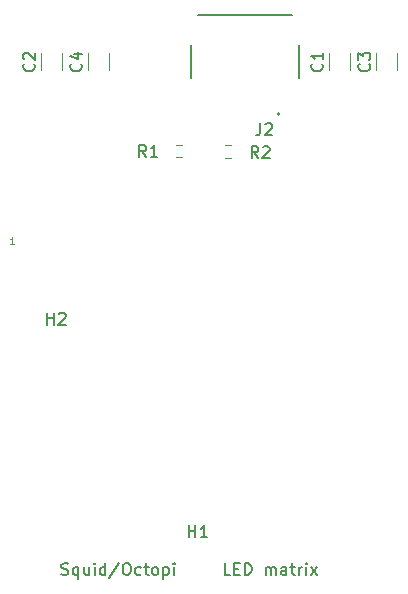
<source format=gbr>
G04 #@! TF.GenerationSoftware,KiCad,Pcbnew,(5.1.9-0-10_14)*
G04 #@! TF.CreationDate,2022-03-05T13:35:39-08:00*
G04 #@! TF.ProjectId,LED_array,4c45445f-6172-4726-9179-2e6b69636164,rev?*
G04 #@! TF.SameCoordinates,Original*
G04 #@! TF.FileFunction,Legend,Top*
G04 #@! TF.FilePolarity,Positive*
%FSLAX46Y46*%
G04 Gerber Fmt 4.6, Leading zero omitted, Abs format (unit mm)*
G04 Created by KiCad (PCBNEW (5.1.9-0-10_14)) date 2022-03-05 13:35:39*
%MOMM*%
%LPD*%
G01*
G04 APERTURE LIST*
%ADD10C,0.150000*%
%ADD11C,0.127000*%
%ADD12C,0.200000*%
%ADD13C,0.120000*%
%ADD14C,0.100000*%
G04 APERTURE END LIST*
D10*
X48464285Y-68404761D02*
X48607142Y-68452380D01*
X48845238Y-68452380D01*
X48940476Y-68404761D01*
X48988095Y-68357142D01*
X49035714Y-68261904D01*
X49035714Y-68166666D01*
X48988095Y-68071428D01*
X48940476Y-68023809D01*
X48845238Y-67976190D01*
X48654761Y-67928571D01*
X48559523Y-67880952D01*
X48511904Y-67833333D01*
X48464285Y-67738095D01*
X48464285Y-67642857D01*
X48511904Y-67547619D01*
X48559523Y-67500000D01*
X48654761Y-67452380D01*
X48892857Y-67452380D01*
X49035714Y-67500000D01*
X49892857Y-67785714D02*
X49892857Y-68785714D01*
X49892857Y-68404761D02*
X49797619Y-68452380D01*
X49607142Y-68452380D01*
X49511904Y-68404761D01*
X49464285Y-68357142D01*
X49416666Y-68261904D01*
X49416666Y-67976190D01*
X49464285Y-67880952D01*
X49511904Y-67833333D01*
X49607142Y-67785714D01*
X49797619Y-67785714D01*
X49892857Y-67833333D01*
X50797619Y-67785714D02*
X50797619Y-68452380D01*
X50369047Y-67785714D02*
X50369047Y-68309523D01*
X50416666Y-68404761D01*
X50511904Y-68452380D01*
X50654761Y-68452380D01*
X50750000Y-68404761D01*
X50797619Y-68357142D01*
X51273809Y-68452380D02*
X51273809Y-67785714D01*
X51273809Y-67452380D02*
X51226190Y-67500000D01*
X51273809Y-67547619D01*
X51321428Y-67500000D01*
X51273809Y-67452380D01*
X51273809Y-67547619D01*
X52178571Y-68452380D02*
X52178571Y-67452380D01*
X52178571Y-68404761D02*
X52083333Y-68452380D01*
X51892857Y-68452380D01*
X51797619Y-68404761D01*
X51750000Y-68357142D01*
X51702380Y-68261904D01*
X51702380Y-67976190D01*
X51750000Y-67880952D01*
X51797619Y-67833333D01*
X51892857Y-67785714D01*
X52083333Y-67785714D01*
X52178571Y-67833333D01*
X53369047Y-67404761D02*
X52511904Y-68690476D01*
X53892857Y-67452380D02*
X54083333Y-67452380D01*
X54178571Y-67500000D01*
X54273809Y-67595238D01*
X54321428Y-67785714D01*
X54321428Y-68119047D01*
X54273809Y-68309523D01*
X54178571Y-68404761D01*
X54083333Y-68452380D01*
X53892857Y-68452380D01*
X53797619Y-68404761D01*
X53702380Y-68309523D01*
X53654761Y-68119047D01*
X53654761Y-67785714D01*
X53702380Y-67595238D01*
X53797619Y-67500000D01*
X53892857Y-67452380D01*
X55178571Y-68404761D02*
X55083333Y-68452380D01*
X54892857Y-68452380D01*
X54797619Y-68404761D01*
X54750000Y-68357142D01*
X54702380Y-68261904D01*
X54702380Y-67976190D01*
X54750000Y-67880952D01*
X54797619Y-67833333D01*
X54892857Y-67785714D01*
X55083333Y-67785714D01*
X55178571Y-67833333D01*
X55464285Y-67785714D02*
X55845238Y-67785714D01*
X55607142Y-67452380D02*
X55607142Y-68309523D01*
X55654761Y-68404761D01*
X55750000Y-68452380D01*
X55845238Y-68452380D01*
X56321428Y-68452380D02*
X56226190Y-68404761D01*
X56178571Y-68357142D01*
X56130952Y-68261904D01*
X56130952Y-67976190D01*
X56178571Y-67880952D01*
X56226190Y-67833333D01*
X56321428Y-67785714D01*
X56464285Y-67785714D01*
X56559523Y-67833333D01*
X56607142Y-67880952D01*
X56654761Y-67976190D01*
X56654761Y-68261904D01*
X56607142Y-68357142D01*
X56559523Y-68404761D01*
X56464285Y-68452380D01*
X56321428Y-68452380D01*
X57083333Y-67785714D02*
X57083333Y-68785714D01*
X57083333Y-67833333D02*
X57178571Y-67785714D01*
X57369047Y-67785714D01*
X57464285Y-67833333D01*
X57511904Y-67880952D01*
X57559523Y-67976190D01*
X57559523Y-68261904D01*
X57511904Y-68357142D01*
X57464285Y-68404761D01*
X57369047Y-68452380D01*
X57178571Y-68452380D01*
X57083333Y-68404761D01*
X57988095Y-68452380D02*
X57988095Y-67785714D01*
X57988095Y-67452380D02*
X57940476Y-67500000D01*
X57988095Y-67547619D01*
X58035714Y-67500000D01*
X57988095Y-67452380D01*
X57988095Y-67547619D01*
X62749999Y-68452380D02*
X62273809Y-68452380D01*
X62273809Y-67452380D01*
X63083333Y-67928571D02*
X63416666Y-67928571D01*
X63559523Y-68452380D02*
X63083333Y-68452380D01*
X63083333Y-67452380D01*
X63559523Y-67452380D01*
X63988095Y-68452380D02*
X63988095Y-67452380D01*
X64226190Y-67452380D01*
X64369047Y-67500000D01*
X64464285Y-67595238D01*
X64511904Y-67690476D01*
X64559523Y-67880952D01*
X64559523Y-68023809D01*
X64511904Y-68214285D01*
X64464285Y-68309523D01*
X64369047Y-68404761D01*
X64226190Y-68452380D01*
X63988095Y-68452380D01*
X65750000Y-68452380D02*
X65750000Y-67785714D01*
X65750000Y-67880952D02*
X65797619Y-67833333D01*
X65892857Y-67785714D01*
X66035714Y-67785714D01*
X66130952Y-67833333D01*
X66178571Y-67928571D01*
X66178571Y-68452380D01*
X66178571Y-67928571D02*
X66226190Y-67833333D01*
X66321428Y-67785714D01*
X66464285Y-67785714D01*
X66559523Y-67833333D01*
X66607142Y-67928571D01*
X66607142Y-68452380D01*
X67511904Y-68452380D02*
X67511904Y-67928571D01*
X67464285Y-67833333D01*
X67369047Y-67785714D01*
X67178571Y-67785714D01*
X67083333Y-67833333D01*
X67511904Y-68404761D02*
X67416666Y-68452380D01*
X67178571Y-68452380D01*
X67083333Y-68404761D01*
X67035714Y-68309523D01*
X67035714Y-68214285D01*
X67083333Y-68119047D01*
X67178571Y-68071428D01*
X67416666Y-68071428D01*
X67511904Y-68023809D01*
X67845238Y-67785714D02*
X68226190Y-67785714D01*
X67988095Y-67452380D02*
X67988095Y-68309523D01*
X68035714Y-68404761D01*
X68130952Y-68452380D01*
X68226190Y-68452380D01*
X68559523Y-68452380D02*
X68559523Y-67785714D01*
X68559523Y-67976190D02*
X68607142Y-67880952D01*
X68654761Y-67833333D01*
X68750000Y-67785714D01*
X68845238Y-67785714D01*
X69178571Y-68452380D02*
X69178571Y-67785714D01*
X69178571Y-67452380D02*
X69130952Y-67500000D01*
X69178571Y-67547619D01*
X69226190Y-67500000D01*
X69178571Y-67452380D01*
X69178571Y-67547619D01*
X69559523Y-68452380D02*
X70083333Y-67785714D01*
X69559523Y-67785714D02*
X70083333Y-68452380D01*
D11*
X59400000Y-23550000D02*
X59400000Y-26350000D01*
X68600000Y-26350000D02*
X68600000Y-23550000D01*
X68000000Y-21000000D02*
X60000000Y-21000000D01*
D12*
X66940920Y-29439420D02*
G75*
G03*
X66940920Y-29439420I-100000J0D01*
G01*
D13*
X50690000Y-25711252D02*
X50690000Y-24288748D01*
X52510000Y-25711252D02*
X52510000Y-24288748D01*
X75090000Y-25711252D02*
X75090000Y-24288748D01*
X76910000Y-25711252D02*
X76910000Y-24288748D01*
X46690000Y-25711252D02*
X46690000Y-24288748D01*
X48510000Y-25711252D02*
X48510000Y-24288748D01*
X71090000Y-25711252D02*
X71090000Y-24288748D01*
X72910000Y-25711252D02*
X72910000Y-24288748D01*
X62342742Y-33112500D02*
X62817258Y-33112500D01*
X62342742Y-32067500D02*
X62817258Y-32067500D01*
X58182742Y-33092500D02*
X58657258Y-33092500D01*
X58182742Y-32047500D02*
X58657258Y-32047500D01*
D10*
X47238095Y-47252380D02*
X47238095Y-46252380D01*
X47238095Y-46728571D02*
X47809523Y-46728571D01*
X47809523Y-47252380D02*
X47809523Y-46252380D01*
X48238095Y-46347619D02*
X48285714Y-46300000D01*
X48380952Y-46252380D01*
X48619047Y-46252380D01*
X48714285Y-46300000D01*
X48761904Y-46347619D01*
X48809523Y-46442857D01*
X48809523Y-46538095D01*
X48761904Y-46680952D01*
X48190476Y-47252380D01*
X48809523Y-47252380D01*
X59238095Y-65252380D02*
X59238095Y-64252380D01*
X59238095Y-64728571D02*
X59809523Y-64728571D01*
X59809523Y-65252380D02*
X59809523Y-64252380D01*
X60809523Y-65252380D02*
X60238095Y-65252380D01*
X60523809Y-65252380D02*
X60523809Y-64252380D01*
X60428571Y-64395238D01*
X60333333Y-64490476D01*
X60238095Y-64538095D01*
X65301461Y-30207953D02*
X65301461Y-30923481D01*
X65253759Y-31066587D01*
X65158355Y-31161991D01*
X65015250Y-31209693D01*
X64919846Y-31209693D01*
X65730778Y-30303356D02*
X65778480Y-30255655D01*
X65873884Y-30207953D01*
X66112394Y-30207953D01*
X66207797Y-30255655D01*
X66255499Y-30303356D01*
X66303201Y-30398760D01*
X66303201Y-30494164D01*
X66255499Y-30637270D01*
X65683076Y-31209693D01*
X66303201Y-31209693D01*
D14*
X44474428Y-40460228D02*
X44131571Y-40460228D01*
X44303000Y-40460228D02*
X44303000Y-39860228D01*
X44245857Y-39945942D01*
X44188714Y-40003085D01*
X44131571Y-40031657D01*
D10*
X50107142Y-25166666D02*
X50154761Y-25214285D01*
X50202380Y-25357142D01*
X50202380Y-25452380D01*
X50154761Y-25595238D01*
X50059523Y-25690476D01*
X49964285Y-25738095D01*
X49773809Y-25785714D01*
X49630952Y-25785714D01*
X49440476Y-25738095D01*
X49345238Y-25690476D01*
X49250000Y-25595238D01*
X49202380Y-25452380D01*
X49202380Y-25357142D01*
X49250000Y-25214285D01*
X49297619Y-25166666D01*
X49535714Y-24309523D02*
X50202380Y-24309523D01*
X49154761Y-24547619D02*
X49869047Y-24785714D01*
X49869047Y-24166666D01*
X74507142Y-25166666D02*
X74554761Y-25214285D01*
X74602380Y-25357142D01*
X74602380Y-25452380D01*
X74554761Y-25595238D01*
X74459523Y-25690476D01*
X74364285Y-25738095D01*
X74173809Y-25785714D01*
X74030952Y-25785714D01*
X73840476Y-25738095D01*
X73745238Y-25690476D01*
X73650000Y-25595238D01*
X73602380Y-25452380D01*
X73602380Y-25357142D01*
X73650000Y-25214285D01*
X73697619Y-25166666D01*
X73602380Y-24833333D02*
X73602380Y-24214285D01*
X73983333Y-24547619D01*
X73983333Y-24404761D01*
X74030952Y-24309523D01*
X74078571Y-24261904D01*
X74173809Y-24214285D01*
X74411904Y-24214285D01*
X74507142Y-24261904D01*
X74554761Y-24309523D01*
X74602380Y-24404761D01*
X74602380Y-24690476D01*
X74554761Y-24785714D01*
X74507142Y-24833333D01*
X46107142Y-25166666D02*
X46154761Y-25214285D01*
X46202380Y-25357142D01*
X46202380Y-25452380D01*
X46154761Y-25595238D01*
X46059523Y-25690476D01*
X45964285Y-25738095D01*
X45773809Y-25785714D01*
X45630952Y-25785714D01*
X45440476Y-25738095D01*
X45345238Y-25690476D01*
X45250000Y-25595238D01*
X45202380Y-25452380D01*
X45202380Y-25357142D01*
X45250000Y-25214285D01*
X45297619Y-25166666D01*
X45297619Y-24785714D02*
X45250000Y-24738095D01*
X45202380Y-24642857D01*
X45202380Y-24404761D01*
X45250000Y-24309523D01*
X45297619Y-24261904D01*
X45392857Y-24214285D01*
X45488095Y-24214285D01*
X45630952Y-24261904D01*
X46202380Y-24833333D01*
X46202380Y-24214285D01*
X70507142Y-25166666D02*
X70554761Y-25214285D01*
X70602380Y-25357142D01*
X70602380Y-25452380D01*
X70554761Y-25595238D01*
X70459523Y-25690476D01*
X70364285Y-25738095D01*
X70173809Y-25785714D01*
X70030952Y-25785714D01*
X69840476Y-25738095D01*
X69745238Y-25690476D01*
X69650000Y-25595238D01*
X69602380Y-25452380D01*
X69602380Y-25357142D01*
X69650000Y-25214285D01*
X69697619Y-25166666D01*
X70602380Y-24214285D02*
X70602380Y-24785714D01*
X70602380Y-24500000D02*
X69602380Y-24500000D01*
X69745238Y-24595238D01*
X69840476Y-24690476D01*
X69888095Y-24785714D01*
X65133333Y-33152380D02*
X64800000Y-32676190D01*
X64561904Y-33152380D02*
X64561904Y-32152380D01*
X64942857Y-32152380D01*
X65038095Y-32200000D01*
X65085714Y-32247619D01*
X65133333Y-32342857D01*
X65133333Y-32485714D01*
X65085714Y-32580952D01*
X65038095Y-32628571D01*
X64942857Y-32676190D01*
X64561904Y-32676190D01*
X65514285Y-32247619D02*
X65561904Y-32200000D01*
X65657142Y-32152380D01*
X65895238Y-32152380D01*
X65990476Y-32200000D01*
X66038095Y-32247619D01*
X66085714Y-32342857D01*
X66085714Y-32438095D01*
X66038095Y-32580952D01*
X65466666Y-33152380D01*
X66085714Y-33152380D01*
X55633333Y-33052380D02*
X55300000Y-32576190D01*
X55061904Y-33052380D02*
X55061904Y-32052380D01*
X55442857Y-32052380D01*
X55538095Y-32100000D01*
X55585714Y-32147619D01*
X55633333Y-32242857D01*
X55633333Y-32385714D01*
X55585714Y-32480952D01*
X55538095Y-32528571D01*
X55442857Y-32576190D01*
X55061904Y-32576190D01*
X56585714Y-33052380D02*
X56014285Y-33052380D01*
X56300000Y-33052380D02*
X56300000Y-32052380D01*
X56204761Y-32195238D01*
X56109523Y-32290476D01*
X56014285Y-32338095D01*
M02*

</source>
